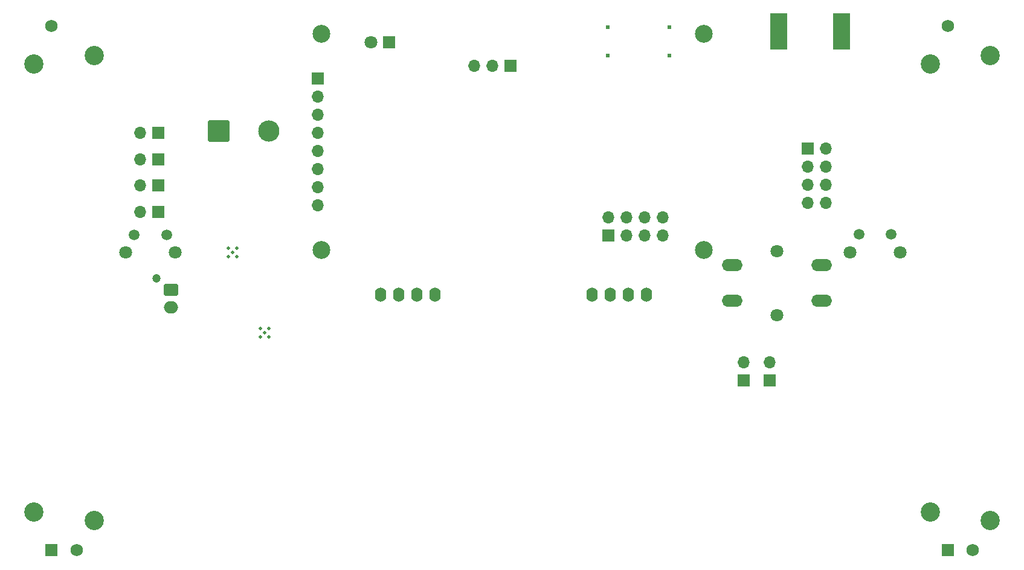
<source format=gbr>
%TF.GenerationSoftware,KiCad,Pcbnew,8.0.7*%
%TF.CreationDate,2025-03-26T21:54:53-04:00*%
%TF.ProjectId,RC-Car-Controller,52432d43-6172-42d4-936f-6e74726f6c6c,rev?*%
%TF.SameCoordinates,Original*%
%TF.FileFunction,Soldermask,Bot*%
%TF.FilePolarity,Negative*%
%FSLAX46Y46*%
G04 Gerber Fmt 4.6, Leading zero omitted, Abs format (unit mm)*
G04 Created by KiCad (PCBNEW 8.0.7) date 2025-03-26 21:54:53*
%MOMM*%
%LPD*%
G01*
G04 APERTURE LIST*
G04 Aperture macros list*
%AMRoundRect*
0 Rectangle with rounded corners*
0 $1 Rounding radius*
0 $2 $3 $4 $5 $6 $7 $8 $9 X,Y pos of 4 corners*
0 Add a 4 corners polygon primitive as box body*
4,1,4,$2,$3,$4,$5,$6,$7,$8,$9,$2,$3,0*
0 Add four circle primitives for the rounded corners*
1,1,$1+$1,$2,$3*
1,1,$1+$1,$4,$5*
1,1,$1+$1,$6,$7*
1,1,$1+$1,$8,$9*
0 Add four rect primitives between the rounded corners*
20,1,$1+$1,$2,$3,$4,$5,0*
20,1,$1+$1,$4,$5,$6,$7,0*
20,1,$1+$1,$6,$7,$8,$9,0*
20,1,$1+$1,$8,$9,$2,$3,0*%
G04 Aperture macros list end*
%ADD10R,1.700000X1.700000*%
%ADD11O,1.700000X1.700000*%
%ADD12R,1.750000X1.750000*%
%ADD13C,1.750000*%
%ADD14C,2.700000*%
%ADD15C,0.500000*%
%ADD16O,1.600000X2.000000*%
%ADD17RoundRect,0.102000X1.387500X1.387500X-1.387500X1.387500X-1.387500X-1.387500X1.387500X-1.387500X0*%
%ADD18C,2.979000*%
%ADD19R,1.800000X1.800000*%
%ADD20C,1.800000*%
%ADD21C,2.500000*%
%ADD22C,1.200000*%
%ADD23RoundRect,0.250000X-0.750000X0.600000X-0.750000X-0.600000X0.750000X-0.600000X0.750000X0.600000X0*%
%ADD24O,2.000000X1.700000*%
%ADD25R,2.420000X5.080000*%
%ADD26O,2.900000X1.700000*%
%ADD27C,0.609600*%
%ADD28C,1.498600*%
%ADD29C,1.803400*%
G04 APERTURE END LIST*
D10*
%TO.C,TP6*%
X185928000Y-94361000D03*
D11*
X185928000Y-91821000D03*
%TD*%
D10*
%TO.C,SW2*%
X149606000Y-50292000D03*
D11*
X147066000Y-50292000D03*
X144526000Y-50292000D03*
%TD*%
D10*
%TO.C,J3*%
X163322000Y-74041000D03*
D11*
X163322000Y-71501000D03*
X165862000Y-74041000D03*
X165862000Y-71501000D03*
X168402000Y-74041000D03*
X168402000Y-71501000D03*
X170942000Y-74041000D03*
X170942000Y-71501000D03*
%TD*%
D12*
%TO.C,R45*%
X85250000Y-118164000D03*
D13*
X88750000Y-118164000D03*
X85250000Y-44664000D03*
D14*
X91200000Y-114014000D03*
X82800000Y-112814000D03*
X82800000Y-50014000D03*
X91200000Y-48814000D03*
%TD*%
D10*
%TO.C,J4*%
X191262000Y-61849000D03*
D11*
X193802000Y-61849000D03*
X191262000Y-64389000D03*
X193802000Y-64389000D03*
X191262000Y-66929000D03*
X193802000Y-66929000D03*
X191262000Y-69469000D03*
X193802000Y-69469000D03*
%TD*%
D15*
%TO.C,U2*%
X111207002Y-77043998D03*
X111207002Y-75864001D03*
X110617003Y-76454000D03*
X110027004Y-77043998D03*
X110027004Y-75864001D03*
%TD*%
D16*
%TO.C,Brd2*%
X131380000Y-82360414D03*
X133920000Y-82360414D03*
X136460000Y-82360414D03*
X139000000Y-82360414D03*
%TD*%
D17*
%TO.C,S1*%
X108712000Y-59436000D03*
D18*
X115712000Y-59436000D03*
%TD*%
D19*
%TO.C,D3*%
X132588000Y-46990000D03*
D20*
X130048000Y-46990000D03*
%TD*%
D15*
%TO.C,U3*%
X114533500Y-88296800D03*
X115713500Y-88296800D03*
X115123500Y-87706800D03*
X114533500Y-87116800D03*
X115713500Y-87116800D03*
%TD*%
D21*
%TO.C,J6*%
X123060000Y-45810000D03*
X123060000Y-76110000D03*
X176660000Y-45810000D03*
X176660000Y-76110000D03*
D10*
X122560000Y-52070000D03*
D11*
X122560000Y-54610000D03*
X122560000Y-57150000D03*
X122560000Y-59690000D03*
X122560000Y-62230000D03*
X122560000Y-64770000D03*
X122560000Y-67310000D03*
X122560000Y-69850000D03*
%TD*%
D10*
%TO.C,TP4*%
X182245000Y-94366000D03*
D11*
X182245000Y-91826000D03*
%TD*%
D16*
%TO.C,Brd1*%
X161000000Y-82360414D03*
X163540000Y-82360414D03*
X166080000Y-82360414D03*
X168620000Y-82360414D03*
%TD*%
D22*
%TO.C,J1*%
X99981000Y-80061000D03*
D23*
X101981000Y-81661000D03*
D24*
X101981000Y-84161000D03*
%TD*%
D25*
%TO.C,J5*%
X195958000Y-45466000D03*
X187198000Y-45466000D03*
%TD*%
D20*
%TO.C,SW1*%
X186917000Y-76232000D03*
X186917000Y-85232000D03*
D26*
X180667000Y-78232000D03*
X193167000Y-78232000D03*
X180667000Y-83232000D03*
X193167000Y-83232000D03*
%TD*%
D10*
%TO.C,TP1*%
X100208000Y-59690000D03*
D11*
X97668000Y-59690000D03*
%TD*%
D12*
%TO.C,R48*%
X210848000Y-118188000D03*
D13*
X214348000Y-118188000D03*
X210848000Y-44688000D03*
D14*
X216798000Y-114038000D03*
X208398000Y-112838000D03*
X208398000Y-50038000D03*
X216798000Y-48838000D03*
%TD*%
D10*
%TO.C,TP2*%
X100208000Y-70739000D03*
D11*
X97668000Y-70739000D03*
%TD*%
D10*
%TO.C,TP3*%
X100208000Y-67056000D03*
D11*
X97668000Y-67056000D03*
%TD*%
D27*
%TO.C,J2*%
X171836070Y-44831911D03*
X171834948Y-48831199D03*
X163193297Y-44825177D03*
X163193000Y-48801000D03*
%TD*%
D10*
%TO.C,TP5*%
X100208000Y-63373000D03*
D11*
X97668000Y-63373000D03*
%TD*%
D28*
%TO.C,SW4*%
X198445999Y-73914000D03*
X202946000Y-73914000D03*
D29*
X197190999Y-76404299D03*
X204201000Y-76404299D03*
%TD*%
D28*
%TO.C,SW3*%
X96860999Y-73936051D03*
X101361000Y-73936051D03*
D29*
X95605999Y-76426350D03*
X102616000Y-76426350D03*
%TD*%
M02*

</source>
